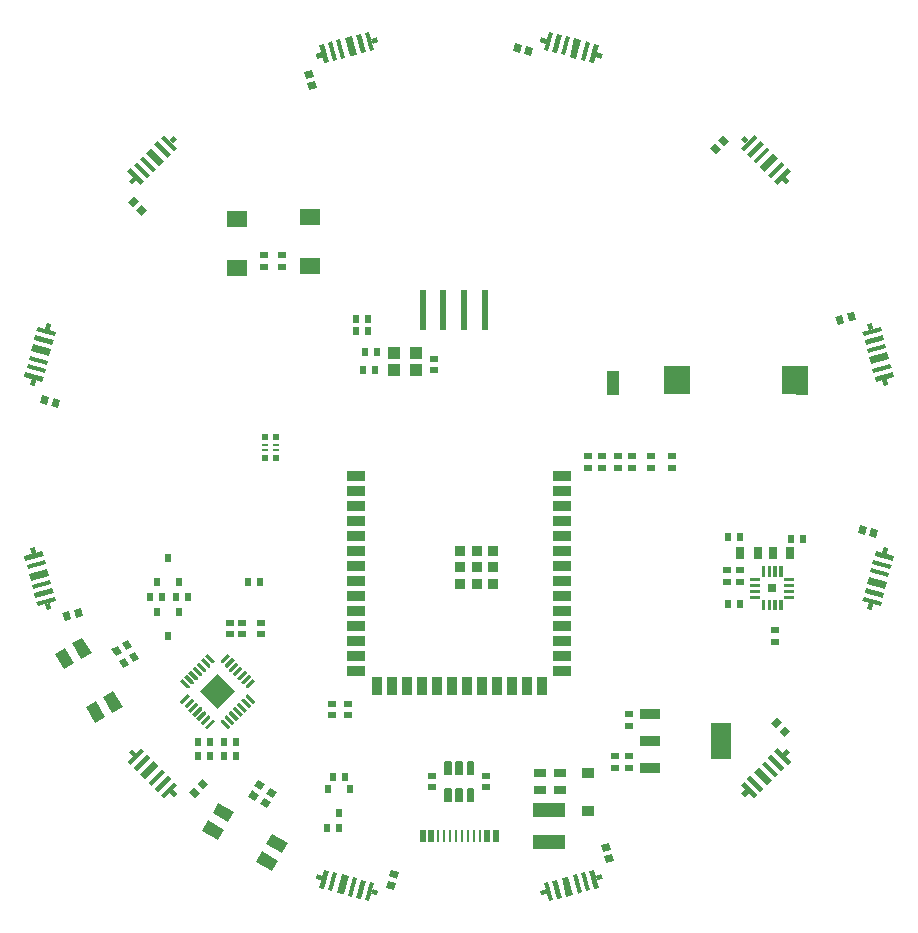
<source format=gbr>
G04 EAGLE Gerber RS-274X export*
G75*
%MOMM*%
%FSLAX34Y34*%
%LPD*%
%INSolderpaste Bottom*%
%IPPOS*%
%AMOC8*
5,1,8,0,0,1.08239X$1,22.5*%
G01*
G04 Define Apertures*
%ADD10R,0.700000X0.600000*%
%ADD11R,2.700000X1.250000*%
%ADD12R,0.600000X0.700000*%
%ADD13R,1.000000X0.800000*%
%ADD14R,1.050000X0.950000*%
%ADD15R,0.580000X1.140000*%
%ADD16R,0.270000X1.140000*%
%ADD17R,0.400000X1.600000*%
%ADD18R,0.350000X1.600000*%
%ADD19R,0.600000X1.600000*%
%ADD20R,0.500000X0.400000*%
%ADD21R,0.500000X0.525000*%
%ADD22R,0.500000X0.250000*%
%ADD23R,1.800000X1.350000*%
%ADD24R,1.550000X1.000000*%
%ADD25R,0.900000X0.900000*%
%ADD26R,1.500000X0.900000*%
%ADD27R,0.900000X1.500000*%
%ADD28C,0.150000*%
%ADD29R,2.118719X2.118719*%
%ADD30R,1.761200X0.850800*%
%ADD31R,1.761200X3.150800*%
%ADD32R,0.600000X3.500000*%
%ADD33R,1.100000X1.000000*%
%ADD34R,0.700000X0.700000*%
%ADD35C,0.067500*%
%ADD36R,0.800000X1.000000*%
%ADD37R,1.000000X2.000000*%
%ADD38R,2.200000X2.400000*%
G36*
X153693Y183997D02*
X154011Y184241D01*
X154385Y184396D01*
X154786Y184449D01*
X155188Y184396D01*
X155562Y184241D01*
X155883Y183995D01*
X156129Y183674D01*
X156284Y183300D01*
X156337Y182899D01*
X156284Y182497D01*
X156129Y182123D01*
X155885Y181805D01*
X150190Y176110D01*
X147998Y178302D01*
X153693Y183997D01*
G37*
G36*
X150190Y204890D02*
X155885Y199195D01*
X156129Y198877D01*
X156284Y198503D01*
X156337Y198101D01*
X156284Y197700D01*
X156129Y197326D01*
X155883Y197005D01*
X155562Y196759D01*
X155188Y196604D01*
X154786Y196551D01*
X154385Y196604D01*
X154011Y196759D01*
X153693Y197003D01*
X147998Y202698D01*
X150190Y204890D01*
G37*
G36*
X167835Y169855D02*
X168153Y170099D01*
X168527Y170254D01*
X168929Y170307D01*
X169330Y170254D01*
X169704Y170099D01*
X170025Y169853D01*
X170271Y169532D01*
X170426Y169158D01*
X170479Y168756D01*
X170426Y168355D01*
X170271Y167981D01*
X170027Y167663D01*
X164332Y161968D01*
X162140Y164160D01*
X167835Y169855D01*
G37*
G36*
X164332Y219032D02*
X170027Y213337D01*
X170271Y213019D01*
X170426Y212645D01*
X170479Y212244D01*
X170426Y211842D01*
X170271Y211468D01*
X170025Y211147D01*
X169704Y210901D01*
X169330Y210746D01*
X168929Y210693D01*
X168527Y210746D01*
X168153Y210901D01*
X167835Y211145D01*
X162140Y216840D01*
X164332Y219032D01*
G37*
G36*
X182789Y167981D02*
X182634Y168355D01*
X182581Y168756D01*
X182634Y169158D01*
X182789Y169532D01*
X183035Y169853D01*
X183356Y170099D01*
X183730Y170254D01*
X184131Y170307D01*
X184533Y170254D01*
X184907Y170099D01*
X185225Y169855D01*
X190920Y164160D01*
X188728Y161968D01*
X183033Y167663D01*
X182789Y167981D01*
G37*
G36*
X182789Y211468D02*
X182634Y211842D01*
X182581Y212244D01*
X182634Y212645D01*
X182789Y213019D01*
X183033Y213337D01*
X188728Y219032D01*
X190920Y216840D01*
X185225Y211145D01*
X184907Y210901D01*
X184533Y210746D01*
X184131Y210693D01*
X183730Y210746D01*
X183356Y210901D01*
X183035Y211147D01*
X182789Y211468D01*
G37*
G36*
X196931Y182123D02*
X196776Y182497D01*
X196723Y182899D01*
X196776Y183300D01*
X196931Y183674D01*
X197177Y183995D01*
X197498Y184241D01*
X197872Y184396D01*
X198274Y184449D01*
X198675Y184396D01*
X199049Y184241D01*
X199367Y183997D01*
X205062Y178302D01*
X202870Y176110D01*
X197175Y181805D01*
X196931Y182123D01*
G37*
G36*
X196931Y197326D02*
X196776Y197700D01*
X196723Y198101D01*
X196776Y198503D01*
X196931Y198877D01*
X197175Y199195D01*
X202870Y204890D01*
X205062Y202698D01*
X199367Y197003D01*
X199049Y196759D01*
X198675Y196604D01*
X198274Y196551D01*
X197872Y196604D01*
X197498Y196759D01*
X197177Y197005D01*
X196931Y197326D01*
G37*
G36*
X150157Y187532D02*
X150476Y187777D01*
X150850Y187932D01*
X151251Y187985D01*
X151652Y187932D01*
X152026Y187777D01*
X152347Y187530D01*
X152594Y187209D01*
X152749Y186835D01*
X152801Y186434D01*
X152749Y186033D01*
X152594Y185659D01*
X152349Y185340D01*
X146655Y179646D01*
X144463Y181838D01*
X150157Y187532D01*
G37*
G36*
X146655Y201354D02*
X152349Y195660D01*
X152594Y195341D01*
X152749Y194967D01*
X152801Y194566D01*
X152749Y194165D01*
X152594Y193791D01*
X152347Y193470D01*
X152026Y193223D01*
X151652Y193068D01*
X151251Y193015D01*
X150850Y193068D01*
X150476Y193223D01*
X150157Y193468D01*
X144463Y199162D01*
X146655Y201354D01*
G37*
G36*
X171370Y166319D02*
X171689Y166564D01*
X172063Y166719D01*
X172464Y166771D01*
X172865Y166719D01*
X173239Y166564D01*
X173560Y166317D01*
X173807Y165996D01*
X173962Y165622D01*
X174015Y165221D01*
X173962Y164820D01*
X173807Y164446D01*
X173563Y164127D01*
X167868Y158433D01*
X165676Y160625D01*
X171370Y166319D01*
G37*
G36*
X167868Y222567D02*
X173563Y216873D01*
X173807Y216554D01*
X173962Y216180D01*
X174015Y215779D01*
X173962Y215378D01*
X173807Y215004D01*
X173560Y214683D01*
X173239Y214436D01*
X172865Y214281D01*
X172464Y214229D01*
X172063Y214281D01*
X171689Y214436D01*
X171370Y214681D01*
X165676Y220375D01*
X167868Y222567D01*
G37*
G36*
X179253Y164446D02*
X179098Y164820D01*
X179045Y165221D01*
X179098Y165622D01*
X179253Y165996D01*
X179500Y166317D01*
X179821Y166564D01*
X180195Y166719D01*
X180596Y166771D01*
X180997Y166719D01*
X181371Y166564D01*
X181690Y166319D01*
X187384Y160625D01*
X185192Y158433D01*
X179498Y164127D01*
X179253Y164446D01*
G37*
G36*
X179253Y215004D02*
X179098Y215378D01*
X179045Y215779D01*
X179098Y216180D01*
X179253Y216554D01*
X179498Y216873D01*
X185192Y222567D01*
X187384Y220375D01*
X181690Y214681D01*
X181371Y214436D01*
X180997Y214281D01*
X180596Y214229D01*
X180195Y214281D01*
X179821Y214436D01*
X179500Y214683D01*
X179253Y215004D01*
G37*
G36*
X200466Y185659D02*
X200311Y186033D01*
X200259Y186434D01*
X200311Y186835D01*
X200466Y187209D01*
X200713Y187530D01*
X201034Y187777D01*
X201408Y187932D01*
X201809Y187985D01*
X202210Y187932D01*
X202584Y187777D01*
X202903Y187532D01*
X208597Y181838D01*
X206405Y179646D01*
X200711Y185340D01*
X200466Y185659D01*
G37*
G36*
X200466Y193791D02*
X200311Y194165D01*
X200259Y194566D01*
X200311Y194967D01*
X200466Y195341D01*
X200711Y195660D01*
X206405Y201354D01*
X208597Y199162D01*
X202903Y193468D01*
X202584Y193223D01*
X202210Y193068D01*
X201809Y193015D01*
X201408Y193068D01*
X201034Y193223D01*
X200713Y193470D01*
X200466Y193791D01*
G37*
G36*
X160764Y176926D02*
X161082Y177170D01*
X161456Y177325D01*
X161858Y177378D01*
X162259Y177325D01*
X162633Y177170D01*
X162954Y176924D01*
X163200Y176603D01*
X163355Y176229D01*
X163408Y175828D01*
X163355Y175426D01*
X163200Y175052D01*
X162956Y174734D01*
X157261Y169039D01*
X155069Y171231D01*
X160764Y176926D01*
G37*
G36*
X157261Y211961D02*
X162956Y206266D01*
X163200Y205948D01*
X163355Y205574D01*
X163408Y205172D01*
X163355Y204771D01*
X163200Y204397D01*
X162954Y204076D01*
X162633Y203830D01*
X162259Y203675D01*
X161858Y203622D01*
X161456Y203675D01*
X161082Y203830D01*
X160764Y204074D01*
X155069Y209769D01*
X157261Y211961D01*
G37*
G36*
X189860Y175052D02*
X189705Y175426D01*
X189652Y175828D01*
X189705Y176229D01*
X189860Y176603D01*
X190106Y176924D01*
X190427Y177170D01*
X190801Y177325D01*
X191202Y177378D01*
X191604Y177325D01*
X191978Y177170D01*
X192296Y176926D01*
X197991Y171231D01*
X195799Y169039D01*
X190104Y174734D01*
X189860Y175052D01*
G37*
G36*
X189860Y204397D02*
X189705Y204771D01*
X189652Y205172D01*
X189705Y205574D01*
X189860Y205948D01*
X190104Y206266D01*
X195799Y211961D01*
X197991Y209769D01*
X192296Y204074D01*
X191978Y203830D01*
X191604Y203675D01*
X191202Y203622D01*
X190801Y203675D01*
X190427Y203830D01*
X190106Y204076D01*
X189860Y204397D01*
G37*
G36*
X157228Y180461D02*
X157547Y180706D01*
X157921Y180861D01*
X158322Y180913D01*
X158723Y180861D01*
X159097Y180706D01*
X159418Y180459D01*
X159665Y180138D01*
X159820Y179764D01*
X159872Y179363D01*
X159820Y178962D01*
X159665Y178588D01*
X159420Y178269D01*
X153726Y172575D01*
X151534Y174767D01*
X157228Y180461D01*
G37*
G36*
X153726Y208425D02*
X159420Y202731D01*
X159665Y202412D01*
X159820Y202038D01*
X159872Y201637D01*
X159820Y201236D01*
X159665Y200862D01*
X159418Y200541D01*
X159097Y200294D01*
X158723Y200139D01*
X158322Y200087D01*
X157921Y200139D01*
X157547Y200294D01*
X157228Y200539D01*
X151534Y206233D01*
X153726Y208425D01*
G37*
G36*
X164299Y173390D02*
X164618Y173635D01*
X164992Y173790D01*
X165393Y173842D01*
X165794Y173790D01*
X166168Y173635D01*
X166489Y173388D01*
X166736Y173067D01*
X166891Y172693D01*
X166944Y172292D01*
X166891Y171891D01*
X166736Y171517D01*
X166491Y171198D01*
X160797Y165504D01*
X158605Y167696D01*
X164299Y173390D01*
G37*
G36*
X160797Y215496D02*
X166491Y209802D01*
X166736Y209483D01*
X166891Y209109D01*
X166944Y208708D01*
X166891Y208307D01*
X166736Y207933D01*
X166489Y207612D01*
X166168Y207365D01*
X165794Y207210D01*
X165393Y207158D01*
X164992Y207210D01*
X164618Y207365D01*
X164299Y207610D01*
X158605Y213304D01*
X160797Y215496D01*
G37*
G36*
X186324Y171517D02*
X186169Y171891D01*
X186117Y172292D01*
X186169Y172693D01*
X186324Y173067D01*
X186571Y173388D01*
X186892Y173635D01*
X187266Y173790D01*
X187667Y173842D01*
X188068Y173790D01*
X188442Y173635D01*
X188761Y173390D01*
X194455Y167696D01*
X192263Y165504D01*
X186569Y171198D01*
X186324Y171517D01*
G37*
G36*
X186324Y207933D02*
X186169Y208307D01*
X186117Y208708D01*
X186169Y209109D01*
X186324Y209483D01*
X186569Y209802D01*
X192263Y215496D01*
X194455Y213304D01*
X188761Y207610D01*
X188442Y207365D01*
X188068Y207210D01*
X187667Y207158D01*
X187266Y207210D01*
X186892Y207365D01*
X186571Y207612D01*
X186324Y207933D01*
G37*
G36*
X193395Y178588D02*
X193240Y178962D01*
X193188Y179363D01*
X193240Y179764D01*
X193395Y180138D01*
X193642Y180459D01*
X193963Y180706D01*
X194337Y180861D01*
X194738Y180913D01*
X195139Y180861D01*
X195513Y180706D01*
X195832Y180461D01*
X201526Y174767D01*
X199334Y172575D01*
X193640Y178269D01*
X193395Y178588D01*
G37*
G36*
X193395Y200862D02*
X193240Y201236D01*
X193188Y201637D01*
X193240Y202038D01*
X193395Y202412D01*
X193640Y202731D01*
X199334Y208425D01*
X201526Y206233D01*
X195832Y200539D01*
X195513Y200294D01*
X195139Y200139D01*
X194738Y200087D01*
X194337Y200139D01*
X193963Y200294D01*
X193642Y200541D01*
X193395Y200862D01*
G37*
D10*
X527050Y379810D03*
X527050Y389810D03*
D11*
X457200Y89700D03*
X457200Y62700D03*
D12*
X170100Y147320D03*
X160100Y147320D03*
X181690Y147320D03*
X191690Y147320D03*
X181690Y135890D03*
X191690Y135890D03*
D10*
X513080Y125810D03*
X513080Y135810D03*
X524510Y125810D03*
X524510Y135810D03*
X524510Y171370D03*
X524510Y161370D03*
G36*
X323587Y39618D02*
X330348Y37806D01*
X328795Y32012D01*
X322034Y33824D01*
X323587Y39618D01*
G37*
G36*
X320998Y29959D02*
X327759Y28147D01*
X326206Y22353D01*
X319445Y24165D01*
X320998Y29959D01*
G37*
G36*
X163593Y116726D02*
X168542Y111777D01*
X164299Y107534D01*
X159350Y112483D01*
X163593Y116726D01*
G37*
G36*
X156522Y109655D02*
X161471Y104706D01*
X157228Y100463D01*
X152279Y105412D01*
X156522Y109655D01*
G37*
G36*
X60582Y260836D02*
X62394Y254075D01*
X56600Y252522D01*
X54788Y259283D01*
X60582Y260836D01*
G37*
G36*
X50923Y258248D02*
X52735Y251487D01*
X46941Y249934D01*
X45129Y256695D01*
X50923Y258248D01*
G37*
X501650Y379810D03*
X501650Y389810D03*
G36*
X43428Y437143D02*
X41616Y430382D01*
X35822Y431935D01*
X37634Y438696D01*
X43428Y437143D01*
G37*
G36*
X33769Y439732D02*
X31957Y432971D01*
X26163Y434524D01*
X27975Y441285D01*
X33769Y439732D01*
G37*
G36*
X116726Y598407D02*
X111777Y593458D01*
X107534Y597701D01*
X112483Y602650D01*
X116726Y598407D01*
G37*
G36*
X109655Y605478D02*
X104706Y600529D01*
X100463Y604772D01*
X105412Y609721D01*
X109655Y605478D01*
G37*
G36*
X260836Y701418D02*
X254075Y699606D01*
X252522Y705400D01*
X259283Y707212D01*
X260836Y701418D01*
G37*
G36*
X258248Y711077D02*
X251487Y709265D01*
X249934Y715059D01*
X256695Y716871D01*
X258248Y711077D01*
G37*
G36*
X426472Y732527D02*
X428284Y739288D01*
X434078Y737735D01*
X432266Y730974D01*
X426472Y732527D01*
G37*
G36*
X436131Y729938D02*
X437943Y736699D01*
X443737Y735146D01*
X441925Y728385D01*
X436131Y729938D01*
G37*
G36*
X598407Y645274D02*
X593458Y650223D01*
X597701Y654466D01*
X602650Y649517D01*
X598407Y645274D01*
G37*
G36*
X605478Y652345D02*
X600529Y657294D01*
X604772Y661537D01*
X609721Y656588D01*
X605478Y652345D01*
G37*
G36*
X701418Y501164D02*
X699606Y507925D01*
X705400Y509478D01*
X707212Y502717D01*
X701418Y501164D01*
G37*
G36*
X711077Y503752D02*
X709265Y510513D01*
X715059Y512066D01*
X716871Y505305D01*
X711077Y503752D01*
G37*
G36*
X718572Y324857D02*
X720384Y331618D01*
X726178Y330065D01*
X724366Y323304D01*
X718572Y324857D01*
G37*
G36*
X728231Y322268D02*
X730043Y329029D01*
X735837Y327476D01*
X734025Y320715D01*
X728231Y322268D01*
G37*
G36*
X645274Y163593D02*
X650223Y168542D01*
X654466Y164299D01*
X649517Y159350D01*
X645274Y163593D01*
G37*
G36*
X652345Y156522D02*
X657294Y161471D01*
X661537Y157228D01*
X656588Y152279D01*
X652345Y156522D01*
G37*
G36*
X501164Y60582D02*
X507925Y62394D01*
X509478Y56600D01*
X502717Y54788D01*
X501164Y60582D01*
G37*
G36*
X503752Y50923D02*
X510513Y52735D01*
X512066Y46941D01*
X505305Y45129D01*
X503752Y50923D01*
G37*
D12*
X303450Y495300D03*
X293450Y495300D03*
D10*
X490220Y379810D03*
X490220Y389810D03*
X273050Y180260D03*
X273050Y170260D03*
X215392Y559990D03*
X215392Y549990D03*
X231394Y559990D03*
X231394Y549990D03*
G36*
X210519Y115358D02*
X216581Y111858D01*
X213581Y106662D01*
X207519Y110162D01*
X210519Y115358D01*
G37*
G36*
X205519Y106698D02*
X211581Y103198D01*
X208581Y98002D01*
X202519Y101502D01*
X205519Y106698D01*
G37*
D12*
X170100Y135890D03*
X160100Y135890D03*
D13*
X466090Y121800D03*
X466090Y106800D03*
D14*
X490220Y89660D03*
X490220Y121160D03*
D15*
X412000Y67820D03*
X404500Y67820D03*
D16*
X398500Y67820D03*
X393500Y67820D03*
X388500Y67820D03*
X383500Y67820D03*
X378500Y67820D03*
X373500Y67820D03*
X368500Y67820D03*
X363500Y67820D03*
D15*
X357500Y67820D03*
X350000Y67820D03*
D13*
X449580Y121800D03*
X449580Y106800D03*
D17*
G36*
X305392Y29284D02*
X309256Y28248D01*
X305116Y12794D01*
X301252Y13830D01*
X305392Y29284D01*
G37*
G36*
X298148Y31225D02*
X302012Y30189D01*
X297872Y14735D01*
X294008Y15771D01*
X298148Y31225D01*
G37*
D18*
G36*
X291387Y33037D02*
X294767Y32131D01*
X290627Y16677D01*
X287247Y17583D01*
X291387Y33037D01*
G37*
D19*
G36*
X281728Y35624D02*
X287523Y34071D01*
X283382Y18618D01*
X277587Y20171D01*
X281728Y35624D01*
G37*
D17*
G36*
X274000Y37696D02*
X277864Y36660D01*
X273724Y21206D01*
X269860Y22242D01*
X274000Y37696D01*
G37*
G36*
X266755Y39637D02*
X270619Y38601D01*
X266479Y23147D01*
X262615Y24183D01*
X266755Y39637D01*
G37*
D20*
G36*
X307833Y22935D02*
X312662Y21641D01*
X311627Y17779D01*
X306798Y19073D01*
X307833Y22935D01*
G37*
G36*
X260503Y35617D02*
X265332Y34323D01*
X264297Y30461D01*
X259468Y31755D01*
X260503Y35617D01*
G37*
D17*
G36*
X732716Y305392D02*
X733752Y309256D01*
X749206Y305116D01*
X748170Y301252D01*
X732716Y305392D01*
G37*
G36*
X730775Y298148D02*
X731811Y302012D01*
X747265Y297872D01*
X746229Y294008D01*
X730775Y298148D01*
G37*
D18*
G36*
X728963Y291387D02*
X729869Y294767D01*
X745323Y290627D01*
X744417Y287247D01*
X728963Y291387D01*
G37*
D19*
G36*
X726376Y281728D02*
X727929Y287523D01*
X743382Y283382D01*
X741829Y277587D01*
X726376Y281728D01*
G37*
D17*
G36*
X724304Y274000D02*
X725340Y277864D01*
X740794Y273724D01*
X739758Y269860D01*
X724304Y274000D01*
G37*
G36*
X722363Y266755D02*
X723399Y270619D01*
X738853Y266479D01*
X737817Y262615D01*
X722363Y266755D01*
G37*
D20*
G36*
X739065Y307833D02*
X740359Y312662D01*
X744221Y311627D01*
X742927Y306798D01*
X739065Y307833D01*
G37*
G36*
X726383Y260503D02*
X727677Y265332D01*
X731539Y264297D01*
X730245Y259468D01*
X726383Y260503D01*
G37*
D17*
G36*
X647791Y139664D02*
X650620Y142493D01*
X661933Y131180D01*
X659104Y128351D01*
X647791Y139664D01*
G37*
G36*
X642488Y134361D02*
X645317Y137190D01*
X656630Y125877D01*
X653801Y123048D01*
X642488Y134361D01*
G37*
D18*
G36*
X637539Y129411D02*
X640014Y131886D01*
X651327Y120573D01*
X648852Y118098D01*
X637539Y129411D01*
G37*
D19*
G36*
X630467Y122340D02*
X634710Y126583D01*
X646023Y115270D01*
X641780Y111027D01*
X630467Y122340D01*
G37*
D17*
G36*
X624810Y116683D02*
X627639Y119512D01*
X638952Y108199D01*
X636123Y105370D01*
X624810Y116683D01*
G37*
G36*
X619507Y111380D02*
X622336Y114209D01*
X633649Y102896D01*
X630820Y100067D01*
X619507Y111380D01*
G37*
D20*
G36*
X654510Y138604D02*
X658044Y142138D01*
X660872Y139310D01*
X657338Y135776D01*
X654510Y138604D01*
G37*
G36*
X619862Y103956D02*
X623396Y107490D01*
X626224Y104662D01*
X622690Y101128D01*
X619862Y103956D01*
G37*
D17*
G36*
X491381Y38601D02*
X495245Y39637D01*
X499385Y24183D01*
X495521Y23147D01*
X491381Y38601D01*
G37*
G36*
X484136Y36660D02*
X488000Y37696D01*
X492140Y22242D01*
X488276Y21206D01*
X484136Y36660D01*
G37*
D18*
G36*
X477375Y34848D02*
X480755Y35754D01*
X484895Y20300D01*
X481515Y19394D01*
X477375Y34848D01*
G37*
D19*
G36*
X467716Y32260D02*
X473511Y33813D01*
X477652Y18360D01*
X471857Y16807D01*
X467716Y32260D01*
G37*
D17*
G36*
X459988Y30189D02*
X463852Y31225D01*
X467992Y15771D01*
X464128Y14735D01*
X459988Y30189D01*
G37*
G36*
X452744Y28248D02*
X456608Y29284D01*
X460748Y13830D01*
X456884Y12794D01*
X452744Y28248D01*
G37*
D20*
G36*
X496668Y34323D02*
X501497Y35617D01*
X502532Y31755D01*
X497703Y30461D01*
X496668Y34323D01*
G37*
G36*
X449338Y21641D02*
X454167Y22935D01*
X455202Y19073D01*
X450373Y17779D01*
X449338Y21641D01*
G37*
D17*
G36*
X139664Y114209D02*
X142493Y111380D01*
X131180Y100067D01*
X128351Y102896D01*
X139664Y114209D01*
G37*
G36*
X134361Y119512D02*
X137190Y116683D01*
X125877Y105370D01*
X123048Y108199D01*
X134361Y119512D01*
G37*
D18*
G36*
X129411Y124461D02*
X131886Y121986D01*
X120573Y110673D01*
X118098Y113148D01*
X129411Y124461D01*
G37*
D19*
G36*
X122340Y131533D02*
X126583Y127290D01*
X115270Y115977D01*
X111027Y120220D01*
X122340Y131533D01*
G37*
D17*
G36*
X116683Y137190D02*
X119512Y134361D01*
X108199Y123048D01*
X105370Y125877D01*
X116683Y137190D01*
G37*
G36*
X111380Y142493D02*
X114209Y139664D01*
X102896Y128351D01*
X100067Y131180D01*
X111380Y142493D01*
G37*
D20*
G36*
X138604Y107490D02*
X142138Y103956D01*
X139310Y101128D01*
X135776Y104662D01*
X138604Y107490D01*
G37*
G36*
X103956Y142138D02*
X107490Y138604D01*
X104662Y135776D01*
X101128Y139310D01*
X103956Y142138D01*
G37*
D17*
G36*
X38601Y270619D02*
X39637Y266755D01*
X24183Y262615D01*
X23147Y266479D01*
X38601Y270619D01*
G37*
G36*
X36660Y277864D02*
X37696Y274000D01*
X22242Y269860D01*
X21206Y273724D01*
X36660Y277864D01*
G37*
D18*
G36*
X34848Y284625D02*
X35754Y281245D01*
X20300Y277105D01*
X19394Y280485D01*
X34848Y284625D01*
G37*
D19*
G36*
X32260Y294284D02*
X33813Y288489D01*
X18360Y284348D01*
X16807Y290143D01*
X32260Y294284D01*
G37*
D17*
G36*
X30189Y302012D02*
X31225Y298148D01*
X15771Y294008D01*
X14735Y297872D01*
X30189Y302012D01*
G37*
G36*
X28248Y309256D02*
X29284Y305392D01*
X13830Y301252D01*
X12794Y305116D01*
X28248Y309256D01*
G37*
D20*
G36*
X34323Y265332D02*
X35617Y260503D01*
X31755Y259468D01*
X30461Y264297D01*
X34323Y265332D01*
G37*
G36*
X21641Y312662D02*
X22935Y307833D01*
X19073Y306798D01*
X17779Y311627D01*
X21641Y312662D01*
G37*
D17*
G36*
X29284Y456608D02*
X28248Y452744D01*
X12794Y456884D01*
X13830Y460748D01*
X29284Y456608D01*
G37*
G36*
X31225Y463852D02*
X30189Y459988D01*
X14735Y464128D01*
X15771Y467992D01*
X31225Y463852D01*
G37*
D18*
G36*
X33037Y470613D02*
X32131Y467233D01*
X16677Y471373D01*
X17583Y474753D01*
X33037Y470613D01*
G37*
D19*
G36*
X35624Y480272D02*
X34071Y474477D01*
X18618Y478618D01*
X20171Y484413D01*
X35624Y480272D01*
G37*
D17*
G36*
X37696Y488000D02*
X36660Y484136D01*
X21206Y488276D01*
X22242Y492140D01*
X37696Y488000D01*
G37*
G36*
X39637Y495245D02*
X38601Y491381D01*
X23147Y495521D01*
X24183Y499385D01*
X39637Y495245D01*
G37*
D20*
G36*
X22935Y454167D02*
X21641Y449338D01*
X17779Y450373D01*
X19073Y455202D01*
X22935Y454167D01*
G37*
G36*
X35617Y501497D02*
X34323Y496668D01*
X30461Y497703D01*
X31755Y502532D01*
X35617Y501497D01*
G37*
D17*
G36*
X114209Y622336D02*
X111380Y619507D01*
X100067Y630820D01*
X102896Y633649D01*
X114209Y622336D01*
G37*
G36*
X119512Y627639D02*
X116683Y624810D01*
X105370Y636123D01*
X108199Y638952D01*
X119512Y627639D01*
G37*
D18*
G36*
X124461Y632589D02*
X121986Y630114D01*
X110673Y641427D01*
X113148Y643902D01*
X124461Y632589D01*
G37*
D19*
G36*
X131533Y639660D02*
X127290Y635417D01*
X115977Y646730D01*
X120220Y650973D01*
X131533Y639660D01*
G37*
D17*
G36*
X137190Y645317D02*
X134361Y642488D01*
X123048Y653801D01*
X125877Y656630D01*
X137190Y645317D01*
G37*
G36*
X142493Y650620D02*
X139664Y647791D01*
X128351Y659104D01*
X131180Y661933D01*
X142493Y650620D01*
G37*
D20*
G36*
X107490Y623396D02*
X103956Y619862D01*
X101128Y622690D01*
X104662Y626224D01*
X107490Y623396D01*
G37*
G36*
X142138Y658044D02*
X138604Y654510D01*
X135776Y657338D01*
X139310Y660872D01*
X142138Y658044D01*
G37*
D17*
G36*
X270619Y723399D02*
X266755Y722363D01*
X262615Y737817D01*
X266479Y738853D01*
X270619Y723399D01*
G37*
G36*
X277864Y725340D02*
X274000Y724304D01*
X269860Y739758D01*
X273724Y740794D01*
X277864Y725340D01*
G37*
D18*
G36*
X284625Y727152D02*
X281245Y726246D01*
X277105Y741700D01*
X280485Y742606D01*
X284625Y727152D01*
G37*
D19*
G36*
X294285Y729740D02*
X288490Y728187D01*
X284349Y743640D01*
X290144Y745193D01*
X294285Y729740D01*
G37*
D17*
G36*
X302012Y731811D02*
X298148Y730775D01*
X294008Y746229D01*
X297872Y747265D01*
X302012Y731811D01*
G37*
G36*
X309256Y733752D02*
X305392Y732716D01*
X301252Y748170D01*
X305116Y749206D01*
X309256Y733752D01*
G37*
D20*
G36*
X265332Y727677D02*
X260503Y726383D01*
X259468Y730245D01*
X264297Y731539D01*
X265332Y727677D01*
G37*
G36*
X312662Y740359D02*
X307833Y739065D01*
X306798Y742927D01*
X311627Y744221D01*
X312662Y740359D01*
G37*
D17*
G36*
X456608Y732716D02*
X452744Y733752D01*
X456884Y749206D01*
X460748Y748170D01*
X456608Y732716D01*
G37*
G36*
X463852Y730775D02*
X459988Y731811D01*
X464128Y747265D01*
X467992Y746229D01*
X463852Y730775D01*
G37*
D18*
G36*
X470613Y728963D02*
X467233Y729869D01*
X471373Y745323D01*
X474753Y744417D01*
X470613Y728963D01*
G37*
D19*
G36*
X480272Y726376D02*
X474477Y727929D01*
X478618Y743382D01*
X484413Y741829D01*
X480272Y726376D01*
G37*
D17*
G36*
X488000Y724304D02*
X484136Y725340D01*
X488276Y740794D01*
X492140Y739758D01*
X488000Y724304D01*
G37*
G36*
X495245Y722363D02*
X491381Y723399D01*
X495521Y738853D01*
X499385Y737817D01*
X495245Y722363D01*
G37*
D20*
G36*
X454167Y739065D02*
X449338Y740359D01*
X450373Y744221D01*
X455202Y742927D01*
X454167Y739065D01*
G37*
G36*
X501497Y726383D02*
X496668Y727677D01*
X497703Y731539D01*
X502532Y730245D01*
X501497Y726383D01*
G37*
D17*
G36*
X622336Y647791D02*
X619507Y650620D01*
X630820Y661933D01*
X633649Y659104D01*
X622336Y647791D01*
G37*
G36*
X627639Y642488D02*
X624810Y645317D01*
X636123Y656630D01*
X638952Y653801D01*
X627639Y642488D01*
G37*
D18*
G36*
X632589Y637539D02*
X630114Y640014D01*
X641427Y651327D01*
X643902Y648852D01*
X632589Y637539D01*
G37*
D19*
G36*
X639660Y630467D02*
X635417Y634710D01*
X646730Y646023D01*
X650973Y641780D01*
X639660Y630467D01*
G37*
D17*
G36*
X645317Y624810D02*
X642488Y627639D01*
X653801Y638952D01*
X656630Y636123D01*
X645317Y624810D01*
G37*
G36*
X650620Y619507D02*
X647791Y622336D01*
X659104Y633649D01*
X661933Y630820D01*
X650620Y619507D01*
G37*
D20*
G36*
X623396Y654510D02*
X619862Y658044D01*
X622690Y660872D01*
X626224Y657338D01*
X623396Y654510D01*
G37*
G36*
X658044Y619862D02*
X654510Y623396D01*
X657338Y626224D01*
X660872Y622690D01*
X658044Y619862D01*
G37*
D17*
G36*
X723399Y491381D02*
X722363Y495245D01*
X737817Y499385D01*
X738853Y495521D01*
X723399Y491381D01*
G37*
G36*
X725340Y484136D02*
X724304Y488000D01*
X739758Y492140D01*
X740794Y488276D01*
X725340Y484136D01*
G37*
D18*
G36*
X727152Y477375D02*
X726246Y480755D01*
X741700Y484895D01*
X742606Y481515D01*
X727152Y477375D01*
G37*
D19*
G36*
X729740Y467715D02*
X728187Y473510D01*
X743640Y477651D01*
X745193Y471856D01*
X729740Y467715D01*
G37*
D17*
G36*
X731811Y459988D02*
X730775Y463852D01*
X746229Y467992D01*
X747265Y464128D01*
X731811Y459988D01*
G37*
G36*
X733752Y452744D02*
X732716Y456608D01*
X748170Y460748D01*
X749206Y456884D01*
X733752Y452744D01*
G37*
D20*
G36*
X727677Y496668D02*
X726383Y501497D01*
X730245Y502532D01*
X731539Y497703D01*
X727677Y496668D01*
G37*
G36*
X740359Y449338D02*
X739065Y454167D01*
X742927Y455202D01*
X744221Y450373D01*
X740359Y449338D01*
G37*
D10*
X515620Y379810D03*
X515620Y389810D03*
X213360Y248840D03*
X213360Y238840D03*
D12*
X151050Y270510D03*
X141050Y270510D03*
X119460Y270510D03*
X129460Y270510D03*
X284400Y118110D03*
X274400Y118110D03*
X279320Y74930D03*
X269320Y74930D03*
X303450Y505460D03*
X293450Y505460D03*
D10*
X543560Y379810D03*
X543560Y389810D03*
X561340Y379810D03*
X561340Y389810D03*
X287020Y180260D03*
X287020Y170260D03*
D21*
X225988Y388127D03*
X216988Y388127D03*
D22*
X225988Y394502D03*
X225988Y399502D03*
D21*
X225988Y405877D03*
X216988Y405877D03*
D22*
X216988Y394502D03*
X216988Y399502D03*
D10*
G36*
X218741Y91652D02*
X212679Y95152D01*
X215679Y100348D01*
X221741Y96848D01*
X218741Y91652D01*
G37*
G36*
X223741Y100312D02*
X217679Y103812D01*
X220679Y109008D01*
X226741Y105508D01*
X223741Y100312D01*
G37*
X403860Y109300D03*
X403860Y119300D03*
X358140Y109300D03*
X358140Y119300D03*
X186690Y248840D03*
X186690Y238840D03*
X196850Y248840D03*
X196850Y238840D03*
D23*
X192532Y590726D03*
X192532Y549226D03*
X255016Y591996D03*
X255016Y550496D03*
D24*
G36*
X177204Y96013D02*
X190626Y88263D01*
X185626Y79603D01*
X172204Y87353D01*
X177204Y96013D01*
G37*
G36*
X168704Y81291D02*
X182126Y73541D01*
X177126Y64881D01*
X163704Y72631D01*
X168704Y81291D01*
G37*
G36*
X222670Y69763D02*
X236092Y62013D01*
X231092Y53353D01*
X217670Y61103D01*
X222670Y69763D01*
G37*
G36*
X214170Y55041D02*
X227592Y47291D01*
X222592Y38631D01*
X209170Y46381D01*
X214170Y55041D01*
G37*
D12*
X269900Y107790D03*
X288900Y107790D03*
X279400Y87790D03*
D25*
X396000Y295440D03*
D26*
X468500Y372640D03*
D25*
X410000Y295440D03*
X382000Y295440D03*
X410000Y281440D03*
X396000Y281440D03*
X382000Y281440D03*
X410000Y309440D03*
X396000Y309440D03*
X382000Y309440D03*
D26*
X468500Y359940D03*
X468500Y347240D03*
X468500Y334540D03*
X468500Y321840D03*
X468500Y309140D03*
X468500Y296440D03*
X468500Y283740D03*
X468500Y271040D03*
X468500Y258340D03*
X468500Y245640D03*
X468500Y232940D03*
X468500Y220240D03*
X468500Y207540D03*
D27*
X450850Y195040D03*
D26*
X293500Y207540D03*
X293500Y220240D03*
X293500Y232940D03*
X293500Y245640D03*
X293500Y258340D03*
X293500Y271040D03*
X293500Y283740D03*
X293500Y296440D03*
X293500Y309140D03*
X293500Y321840D03*
X293500Y334540D03*
X293500Y347240D03*
X293500Y359940D03*
X293500Y372640D03*
D27*
X438150Y195040D03*
X425450Y195040D03*
X412750Y195040D03*
X400050Y195040D03*
X387350Y195040D03*
X374650Y195040D03*
X361950Y195040D03*
X349250Y195040D03*
X336550Y195040D03*
X323850Y195040D03*
X311150Y195040D03*
D28*
X369250Y131050D02*
X369250Y120550D01*
X369250Y131050D02*
X373750Y131050D01*
X373750Y120550D01*
X369250Y120550D01*
X369250Y121975D02*
X373750Y121975D01*
X373750Y123400D02*
X369250Y123400D01*
X369250Y124825D02*
X373750Y124825D01*
X373750Y126250D02*
X369250Y126250D01*
X369250Y127675D02*
X373750Y127675D01*
X373750Y129100D02*
X369250Y129100D01*
X369250Y130525D02*
X373750Y130525D01*
X378750Y131050D02*
X378750Y120550D01*
X378750Y131050D02*
X383250Y131050D01*
X383250Y120550D01*
X378750Y120550D01*
X378750Y121975D02*
X383250Y121975D01*
X383250Y123400D02*
X378750Y123400D01*
X378750Y124825D02*
X383250Y124825D01*
X383250Y126250D02*
X378750Y126250D01*
X378750Y127675D02*
X383250Y127675D01*
X383250Y129100D02*
X378750Y129100D01*
X378750Y130525D02*
X383250Y130525D01*
X388250Y131050D02*
X388250Y120550D01*
X388250Y131050D02*
X392750Y131050D01*
X392750Y120550D01*
X388250Y120550D01*
X388250Y121975D02*
X392750Y121975D01*
X392750Y123400D02*
X388250Y123400D01*
X388250Y124825D02*
X392750Y124825D01*
X392750Y126250D02*
X388250Y126250D01*
X388250Y127675D02*
X392750Y127675D01*
X392750Y129100D02*
X388250Y129100D01*
X388250Y130525D02*
X392750Y130525D01*
X388250Y108050D02*
X388250Y97550D01*
X388250Y108050D02*
X392750Y108050D01*
X392750Y97550D01*
X388250Y97550D01*
X388250Y98975D02*
X392750Y98975D01*
X392750Y100400D02*
X388250Y100400D01*
X388250Y101825D02*
X392750Y101825D01*
X392750Y103250D02*
X388250Y103250D01*
X388250Y104675D02*
X392750Y104675D01*
X392750Y106100D02*
X388250Y106100D01*
X388250Y107525D02*
X392750Y107525D01*
X378750Y108050D02*
X378750Y97550D01*
X378750Y108050D02*
X383250Y108050D01*
X383250Y97550D01*
X378750Y97550D01*
X378750Y98975D02*
X383250Y98975D01*
X383250Y100400D02*
X378750Y100400D01*
X378750Y101825D02*
X383250Y101825D01*
X383250Y103250D02*
X378750Y103250D01*
X378750Y104675D02*
X383250Y104675D01*
X383250Y106100D02*
X378750Y106100D01*
X378750Y107525D02*
X383250Y107525D01*
X369250Y108050D02*
X369250Y97550D01*
X369250Y108050D02*
X373750Y108050D01*
X373750Y97550D01*
X369250Y97550D01*
X369250Y98975D02*
X373750Y98975D01*
X373750Y100400D02*
X369250Y100400D01*
X369250Y101825D02*
X373750Y101825D01*
X373750Y103250D02*
X369250Y103250D01*
X369250Y104675D02*
X373750Y104675D01*
X373750Y106100D02*
X369250Y106100D01*
X369250Y107525D02*
X373750Y107525D01*
D29*
G36*
X176530Y205480D02*
X191510Y190500D01*
X176530Y175520D01*
X161550Y190500D01*
X176530Y205480D01*
G37*
D12*
X144120Y283370D03*
X125120Y283370D03*
X134620Y303370D03*
X125120Y257650D03*
X144120Y257650D03*
X134620Y237650D03*
D30*
X542520Y125590D03*
X542520Y148590D03*
X542520Y171590D03*
D31*
X603020Y148590D03*
D32*
X402750Y513347D03*
X385250Y513347D03*
X367750Y513347D03*
X350250Y513347D03*
D33*
X325780Y477400D03*
X344780Y477400D03*
X344780Y462400D03*
X325780Y462400D03*
D12*
X299800Y462280D03*
X309800Y462280D03*
X311070Y477520D03*
X301070Y477520D03*
D34*
X645668Y278130D03*
D35*
X635181Y271643D02*
X635181Y269617D01*
X627455Y269617D01*
X627455Y271643D01*
X635181Y271643D01*
X635181Y270258D02*
X627455Y270258D01*
X627455Y270899D02*
X635181Y270899D01*
X635181Y271540D02*
X627455Y271540D01*
X635181Y274617D02*
X635181Y276643D01*
X635181Y274617D02*
X627455Y274617D01*
X627455Y276643D01*
X635181Y276643D01*
X635181Y275258D02*
X627455Y275258D01*
X627455Y275899D02*
X635181Y275899D01*
X635181Y276540D02*
X627455Y276540D01*
X635181Y279617D02*
X635181Y281643D01*
X635181Y279617D02*
X627455Y279617D01*
X627455Y281643D01*
X635181Y281643D01*
X635181Y280258D02*
X627455Y280258D01*
X627455Y280899D02*
X635181Y280899D01*
X635181Y281540D02*
X627455Y281540D01*
X635181Y284617D02*
X635181Y286643D01*
X635181Y284617D02*
X627455Y284617D01*
X627455Y286643D01*
X635181Y286643D01*
X635181Y285258D02*
X627455Y285258D01*
X627455Y285899D02*
X635181Y285899D01*
X635181Y286540D02*
X627455Y286540D01*
X663881Y286643D02*
X663881Y284617D01*
X656155Y284617D01*
X656155Y286643D01*
X663881Y286643D01*
X663881Y285258D02*
X656155Y285258D01*
X656155Y285899D02*
X663881Y285899D01*
X663881Y286540D02*
X656155Y286540D01*
X663881Y281643D02*
X663881Y279617D01*
X656155Y279617D01*
X656155Y281643D01*
X663881Y281643D01*
X663881Y280258D02*
X656155Y280258D01*
X656155Y280899D02*
X663881Y280899D01*
X663881Y281540D02*
X656155Y281540D01*
X663881Y276643D02*
X663881Y274617D01*
X656155Y274617D01*
X656155Y276643D01*
X663881Y276643D01*
X663881Y275258D02*
X656155Y275258D01*
X656155Y275899D02*
X663881Y275899D01*
X663881Y276540D02*
X656155Y276540D01*
X663881Y271643D02*
X663881Y269617D01*
X656155Y269617D01*
X656155Y271643D01*
X663881Y271643D01*
X663881Y270258D02*
X656155Y270258D01*
X656155Y270899D02*
X663881Y270899D01*
X663881Y271540D02*
X656155Y271540D01*
X654181Y267643D02*
X654181Y259917D01*
X652155Y259917D01*
X652155Y267643D01*
X654181Y267643D01*
X654181Y260558D02*
X652155Y260558D01*
X652155Y261199D02*
X654181Y261199D01*
X654181Y261840D02*
X652155Y261840D01*
X652155Y262481D02*
X654181Y262481D01*
X654181Y263122D02*
X652155Y263122D01*
X652155Y263763D02*
X654181Y263763D01*
X654181Y264404D02*
X652155Y264404D01*
X652155Y265045D02*
X654181Y265045D01*
X654181Y265686D02*
X652155Y265686D01*
X652155Y266327D02*
X654181Y266327D01*
X654181Y266968D02*
X652155Y266968D01*
X652155Y267609D02*
X654181Y267609D01*
X649181Y267643D02*
X649181Y259917D01*
X647155Y259917D01*
X647155Y267643D01*
X649181Y267643D01*
X649181Y260558D02*
X647155Y260558D01*
X647155Y261199D02*
X649181Y261199D01*
X649181Y261840D02*
X647155Y261840D01*
X647155Y262481D02*
X649181Y262481D01*
X649181Y263122D02*
X647155Y263122D01*
X647155Y263763D02*
X649181Y263763D01*
X649181Y264404D02*
X647155Y264404D01*
X647155Y265045D02*
X649181Y265045D01*
X649181Y265686D02*
X647155Y265686D01*
X647155Y266327D02*
X649181Y266327D01*
X649181Y266968D02*
X647155Y266968D01*
X647155Y267609D02*
X649181Y267609D01*
X644181Y267643D02*
X644181Y259917D01*
X642155Y259917D01*
X642155Y267643D01*
X644181Y267643D01*
X644181Y260558D02*
X642155Y260558D01*
X642155Y261199D02*
X644181Y261199D01*
X644181Y261840D02*
X642155Y261840D01*
X642155Y262481D02*
X644181Y262481D01*
X644181Y263122D02*
X642155Y263122D01*
X642155Y263763D02*
X644181Y263763D01*
X644181Y264404D02*
X642155Y264404D01*
X642155Y265045D02*
X644181Y265045D01*
X644181Y265686D02*
X642155Y265686D01*
X642155Y266327D02*
X644181Y266327D01*
X644181Y266968D02*
X642155Y266968D01*
X642155Y267609D02*
X644181Y267609D01*
X639181Y267643D02*
X639181Y259917D01*
X637155Y259917D01*
X637155Y267643D01*
X639181Y267643D01*
X639181Y260558D02*
X637155Y260558D01*
X637155Y261199D02*
X639181Y261199D01*
X639181Y261840D02*
X637155Y261840D01*
X637155Y262481D02*
X639181Y262481D01*
X639181Y263122D02*
X637155Y263122D01*
X637155Y263763D02*
X639181Y263763D01*
X639181Y264404D02*
X637155Y264404D01*
X637155Y265045D02*
X639181Y265045D01*
X639181Y265686D02*
X637155Y265686D01*
X637155Y266327D02*
X639181Y266327D01*
X639181Y266968D02*
X637155Y266968D01*
X637155Y267609D02*
X639181Y267609D01*
X639181Y288617D02*
X639181Y296343D01*
X639181Y288617D02*
X637155Y288617D01*
X637155Y296343D01*
X639181Y296343D01*
X639181Y289258D02*
X637155Y289258D01*
X637155Y289899D02*
X639181Y289899D01*
X639181Y290540D02*
X637155Y290540D01*
X637155Y291181D02*
X639181Y291181D01*
X639181Y291822D02*
X637155Y291822D01*
X637155Y292463D02*
X639181Y292463D01*
X639181Y293104D02*
X637155Y293104D01*
X637155Y293745D02*
X639181Y293745D01*
X639181Y294386D02*
X637155Y294386D01*
X637155Y295027D02*
X639181Y295027D01*
X639181Y295668D02*
X637155Y295668D01*
X637155Y296309D02*
X639181Y296309D01*
X644181Y296343D02*
X644181Y288617D01*
X642155Y288617D01*
X642155Y296343D01*
X644181Y296343D01*
X644181Y289258D02*
X642155Y289258D01*
X642155Y289899D02*
X644181Y289899D01*
X644181Y290540D02*
X642155Y290540D01*
X642155Y291181D02*
X644181Y291181D01*
X644181Y291822D02*
X642155Y291822D01*
X642155Y292463D02*
X644181Y292463D01*
X644181Y293104D02*
X642155Y293104D01*
X642155Y293745D02*
X644181Y293745D01*
X644181Y294386D02*
X642155Y294386D01*
X642155Y295027D02*
X644181Y295027D01*
X644181Y295668D02*
X642155Y295668D01*
X642155Y296309D02*
X644181Y296309D01*
X649181Y296343D02*
X649181Y288617D01*
X647155Y288617D01*
X647155Y296343D01*
X649181Y296343D01*
X649181Y289258D02*
X647155Y289258D01*
X647155Y289899D02*
X649181Y289899D01*
X649181Y290540D02*
X647155Y290540D01*
X647155Y291181D02*
X649181Y291181D01*
X649181Y291822D02*
X647155Y291822D01*
X647155Y292463D02*
X649181Y292463D01*
X649181Y293104D02*
X647155Y293104D01*
X647155Y293745D02*
X649181Y293745D01*
X649181Y294386D02*
X647155Y294386D01*
X647155Y295027D02*
X649181Y295027D01*
X649181Y295668D02*
X647155Y295668D01*
X647155Y296309D02*
X649181Y296309D01*
X654181Y296343D02*
X654181Y288617D01*
X652155Y288617D01*
X652155Y296343D01*
X654181Y296343D01*
X654181Y289258D02*
X652155Y289258D01*
X652155Y289899D02*
X654181Y289899D01*
X654181Y290540D02*
X652155Y290540D01*
X652155Y291181D02*
X654181Y291181D01*
X654181Y291822D02*
X652155Y291822D01*
X652155Y292463D02*
X654181Y292463D01*
X654181Y293104D02*
X652155Y293104D01*
X652155Y293745D02*
X654181Y293745D01*
X654181Y294386D02*
X652155Y294386D01*
X652155Y295027D02*
X654181Y295027D01*
X654181Y295668D02*
X652155Y295668D01*
X652155Y296309D02*
X654181Y296309D01*
D10*
X618998Y283290D03*
X618998Y293290D03*
X607568Y283290D03*
X607568Y293290D03*
D12*
X618918Y321056D03*
X608918Y321056D03*
X661750Y319786D03*
X671750Y319786D03*
X608918Y264160D03*
X618918Y264160D03*
D36*
X646550Y307594D03*
X661550Y307594D03*
X634118Y307848D03*
X619118Y307848D03*
D10*
X359410Y462360D03*
X359410Y472360D03*
D24*
G36*
X62013Y236092D02*
X69763Y222670D01*
X61103Y217670D01*
X53353Y231092D01*
X62013Y236092D01*
G37*
G36*
X47291Y227592D02*
X55041Y214170D01*
X46381Y209170D01*
X38631Y222592D01*
X47291Y227592D01*
G37*
G36*
X88263Y190626D02*
X96013Y177204D01*
X87353Y172204D01*
X79603Y185626D01*
X88263Y190626D01*
G37*
G36*
X73541Y182126D02*
X81291Y168704D01*
X72631Y163704D01*
X64881Y177126D01*
X73541Y182126D01*
G37*
D10*
G36*
X106778Y224201D02*
X110278Y218139D01*
X105082Y215139D01*
X101582Y221201D01*
X106778Y224201D01*
G37*
G36*
X98118Y219201D02*
X101618Y213139D01*
X96422Y210139D01*
X92922Y216201D01*
X98118Y219201D01*
G37*
G36*
X90072Y220299D02*
X86572Y226361D01*
X91768Y229361D01*
X95268Y223299D01*
X90072Y220299D01*
G37*
G36*
X98732Y225299D02*
X95232Y231361D01*
X100428Y234361D01*
X103928Y228299D01*
X98732Y225299D01*
G37*
X648208Y242490D03*
X648208Y232490D03*
D12*
X202010Y282956D03*
X212010Y282956D03*
D37*
X671566Y451824D03*
X511566Y451824D03*
D38*
X665442Y453922D03*
X565442Y453922D03*
M02*

</source>
